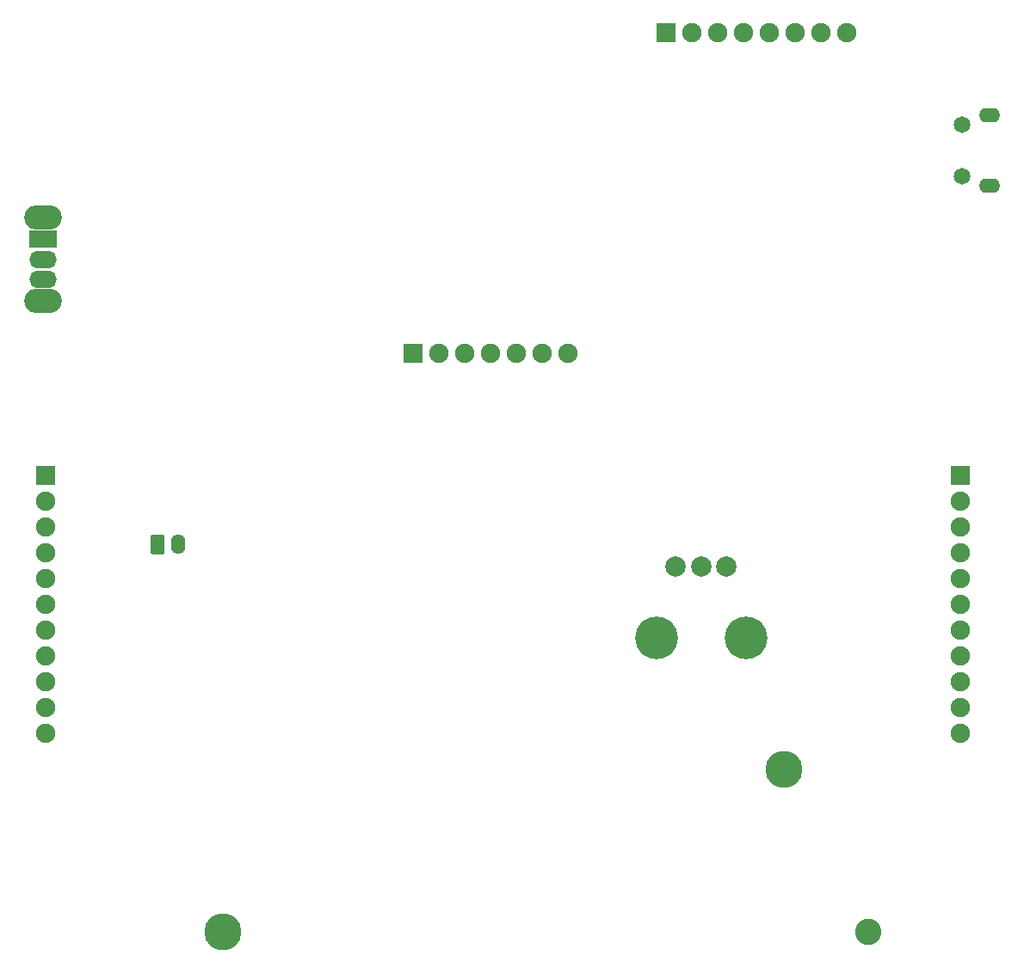
<source format=gbr>
G04 #@! TF.GenerationSoftware,KiCad,Pcbnew,(5.1.2)-2*
G04 #@! TF.CreationDate,2019-12-17T20:00:21-05:00*
G04 #@! TF.ProjectId,digiobscura_mcu,64696769-6f62-4736-9375-72615f6d6375,0.1a*
G04 #@! TF.SameCoordinates,Original*
G04 #@! TF.FileFunction,Soldermask,Bot*
G04 #@! TF.FilePolarity,Negative*
%FSLAX46Y46*%
G04 Gerber Fmt 4.6, Leading zero omitted, Abs format (unit mm)*
G04 Created by KiCad (PCBNEW (5.1.2)-2) date 2019-12-17 20:00:21*
%MOMM*%
%LPD*%
G04 APERTURE LIST*
%ADD10O,1.900000X1.900000*%
%ADD11R,1.900000X1.900000*%
%ADD12O,2.100000X1.400000*%
%ADD13C,1.650000*%
%ADD14C,4.200000*%
%ADD15C,2.000000*%
%ADD16O,1.400000X1.950000*%
%ADD17C,0.100000*%
%ADD18C,1.400000*%
%ADD19C,2.590000*%
%ADD20C,3.650000*%
%ADD21R,2.700000X1.700000*%
%ADD22O,2.700000X1.700000*%
%ADD23O,3.700000X2.400000*%
G04 APERTURE END LIST*
D10*
X195000000Y-175400000D03*
X195000000Y-172860000D03*
X195000000Y-170320000D03*
X195000000Y-167780000D03*
X195000000Y-165240000D03*
X195000000Y-162700000D03*
X195000000Y-160160000D03*
X195000000Y-157620000D03*
X195000000Y-155080000D03*
X195000000Y-152540000D03*
D11*
X195000000Y-150000000D03*
D12*
X197837500Y-114500000D03*
X197837500Y-121500000D03*
D13*
X195137500Y-115500000D03*
X195137500Y-120500000D03*
D14*
X165100000Y-166000000D03*
X173900000Y-166000000D03*
D15*
X167000000Y-159000000D03*
X169500000Y-159000000D03*
X172000000Y-159000000D03*
D10*
X156340000Y-138000000D03*
X153800000Y-138000000D03*
X151260000Y-138000000D03*
X148720000Y-138000000D03*
X146180000Y-138000000D03*
X143640000Y-138000000D03*
D11*
X141100000Y-138000000D03*
D10*
X183780000Y-106400000D03*
X181240000Y-106400000D03*
X178700000Y-106400000D03*
X176160000Y-106400000D03*
X173620000Y-106400000D03*
X171080000Y-106400000D03*
X168540000Y-106400000D03*
D11*
X166000000Y-106400000D03*
D10*
X105000000Y-175400000D03*
X105000000Y-172860000D03*
X105000000Y-170320000D03*
X105000000Y-167780000D03*
X105000000Y-165240000D03*
X105000000Y-162700000D03*
X105000000Y-160160000D03*
X105000000Y-157620000D03*
X105000000Y-155080000D03*
X105000000Y-152540000D03*
D11*
X105000000Y-150000000D03*
D16*
X118000000Y-156800000D03*
D17*
G36*
X116436922Y-155826404D02*
G01*
X116465235Y-155830604D01*
X116493000Y-155837559D01*
X116519950Y-155847202D01*
X116545824Y-155859440D01*
X116570375Y-155874155D01*
X116593365Y-155891205D01*
X116614573Y-155910427D01*
X116633795Y-155931635D01*
X116650845Y-155954625D01*
X116665560Y-155979176D01*
X116677798Y-156005050D01*
X116687441Y-156032000D01*
X116694396Y-156059765D01*
X116698596Y-156088078D01*
X116700000Y-156116666D01*
X116700000Y-157483334D01*
X116698596Y-157511922D01*
X116694396Y-157540235D01*
X116687441Y-157568000D01*
X116677798Y-157594950D01*
X116665560Y-157620824D01*
X116650845Y-157645375D01*
X116633795Y-157668365D01*
X116614573Y-157689573D01*
X116593365Y-157708795D01*
X116570375Y-157725845D01*
X116545824Y-157740560D01*
X116519950Y-157752798D01*
X116493000Y-157762441D01*
X116465235Y-157769396D01*
X116436922Y-157773596D01*
X116408334Y-157775000D01*
X115591666Y-157775000D01*
X115563078Y-157773596D01*
X115534765Y-157769396D01*
X115507000Y-157762441D01*
X115480050Y-157752798D01*
X115454176Y-157740560D01*
X115429625Y-157725845D01*
X115406635Y-157708795D01*
X115385427Y-157689573D01*
X115366205Y-157668365D01*
X115349155Y-157645375D01*
X115334440Y-157620824D01*
X115322202Y-157594950D01*
X115312559Y-157568000D01*
X115305604Y-157540235D01*
X115301404Y-157511922D01*
X115300000Y-157483334D01*
X115300000Y-156116666D01*
X115301404Y-156088078D01*
X115305604Y-156059765D01*
X115312559Y-156032000D01*
X115322202Y-156005050D01*
X115334440Y-155979176D01*
X115349155Y-155954625D01*
X115366205Y-155931635D01*
X115385427Y-155910427D01*
X115406635Y-155891205D01*
X115429625Y-155874155D01*
X115454176Y-155859440D01*
X115480050Y-155847202D01*
X115507000Y-155837559D01*
X115534765Y-155830604D01*
X115563078Y-155826404D01*
X115591666Y-155825000D01*
X116408334Y-155825000D01*
X116436922Y-155826404D01*
X116436922Y-155826404D01*
G37*
D18*
X116000000Y-156800000D03*
D19*
X185930000Y-195000000D03*
D20*
X177600000Y-179000000D03*
X122400000Y-195000000D03*
D21*
X104749800Y-126721000D03*
D22*
X104749800Y-128721000D03*
X104749800Y-130721000D03*
D23*
X104749800Y-124621000D03*
X104749800Y-132821000D03*
M02*

</source>
